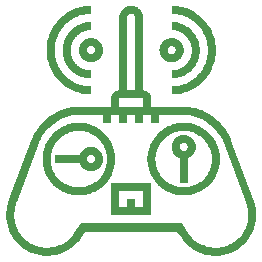
<source format=gbr>
%TF.GenerationSoftware,KiCad,Pcbnew,9.0.3*%
%TF.CreationDate,2025-11-29T09:23:08-06:00*%
%TF.ProjectId,zenith,7a656e69-7468-42e6-9b69-6361645f7063,rev?*%
%TF.SameCoordinates,Original*%
%TF.FileFunction,Legend,Bot*%
%TF.FilePolarity,Positive*%
%FSLAX46Y46*%
G04 Gerber Fmt 4.6, Leading zero omitted, Abs format (unit mm)*
G04 Created by KiCad (PCBNEW 9.0.3) date 2025-11-29 09:23:08*
%MOMM*%
%LPD*%
G01*
G04 APERTURE LIST*
%ADD10C,0.000000*%
G04 APERTURE END LIST*
D10*
G36*
X125098454Y-82547675D02*
G01*
X125254294Y-82559562D01*
X125407894Y-82579135D01*
X125559058Y-82606200D01*
X125707591Y-82640563D01*
X125853300Y-82682028D01*
X125995989Y-82730403D01*
X126135465Y-82785492D01*
X126271532Y-82847100D01*
X126403997Y-82915034D01*
X126532665Y-82989098D01*
X126657341Y-83069099D01*
X126777832Y-83154842D01*
X126893941Y-83246132D01*
X127005476Y-83342775D01*
X127112242Y-83444576D01*
X127214043Y-83551341D01*
X127310686Y-83662876D01*
X127401976Y-83778986D01*
X127487718Y-83899476D01*
X127567719Y-84024152D01*
X127641784Y-84152820D01*
X127709718Y-84285285D01*
X127771326Y-84421352D01*
X127826415Y-84560828D01*
X127874789Y-84703517D01*
X127916255Y-84849226D01*
X127950618Y-84997759D01*
X127977683Y-85148923D01*
X127997256Y-85302522D01*
X128009142Y-85458363D01*
X128013148Y-85616250D01*
X128009142Y-85774138D01*
X127997256Y-85929978D01*
X127977683Y-86083578D01*
X127950618Y-86234741D01*
X127916255Y-86383275D01*
X127874789Y-86528983D01*
X127826415Y-86671673D01*
X127771326Y-86811149D01*
X127709718Y-86947216D01*
X127641784Y-87079681D01*
X127567719Y-87208349D01*
X127487718Y-87333025D01*
X127401976Y-87453516D01*
X127310686Y-87569625D01*
X127214043Y-87681160D01*
X127112242Y-87787925D01*
X127005476Y-87889727D01*
X126893941Y-87986370D01*
X126777832Y-88077660D01*
X126657341Y-88163402D01*
X126532665Y-88243403D01*
X126403997Y-88317468D01*
X126271532Y-88385401D01*
X126135465Y-88447010D01*
X125995989Y-88502099D01*
X125853300Y-88550473D01*
X125707591Y-88591939D01*
X125559058Y-88626302D01*
X125407894Y-88653367D01*
X125254294Y-88672940D01*
X125098454Y-88684826D01*
X124940566Y-88688832D01*
X124782679Y-88684826D01*
X124626838Y-88672940D01*
X124473239Y-88653367D01*
X124322075Y-88626302D01*
X124173542Y-88591939D01*
X124027834Y-88550473D01*
X123885144Y-88502099D01*
X123745669Y-88447010D01*
X123609601Y-88385401D01*
X123477136Y-88317468D01*
X123348468Y-88243403D01*
X123223792Y-88163402D01*
X123103302Y-88077660D01*
X122987192Y-87986370D01*
X122875657Y-87889727D01*
X122768892Y-87787925D01*
X122667091Y-87681160D01*
X122570448Y-87569625D01*
X122479158Y-87453516D01*
X122393415Y-87333025D01*
X122313415Y-87208349D01*
X122239350Y-87079681D01*
X122171416Y-86947216D01*
X122109808Y-86811149D01*
X122054719Y-86671673D01*
X122006345Y-86528983D01*
X121964879Y-86383275D01*
X121930516Y-86234741D01*
X121903451Y-86083578D01*
X121883878Y-85929978D01*
X121871992Y-85774138D01*
X121867986Y-85616250D01*
X122550782Y-85616250D01*
X122553898Y-85739018D01*
X122563146Y-85860198D01*
X122578375Y-85979639D01*
X122599432Y-86097190D01*
X122626166Y-86212698D01*
X122658426Y-86326013D01*
X122696061Y-86436982D01*
X122738919Y-86545455D01*
X122786848Y-86651280D01*
X122839697Y-86754306D01*
X122897314Y-86854380D01*
X122959549Y-86951353D01*
X123026249Y-87045071D01*
X123097263Y-87135384D01*
X123172440Y-87222140D01*
X123251629Y-87305188D01*
X123334677Y-87384377D01*
X123421433Y-87459554D01*
X123511746Y-87530568D01*
X123605464Y-87597268D01*
X123702436Y-87659503D01*
X123802511Y-87717121D01*
X123905536Y-87769970D01*
X124011361Y-87817899D01*
X124119834Y-87860756D01*
X124230804Y-87898391D01*
X124344118Y-87930651D01*
X124459627Y-87957386D01*
X124577177Y-87978443D01*
X124696618Y-87993671D01*
X124817798Y-88002919D01*
X124940566Y-88006036D01*
X125063334Y-88002919D01*
X125184514Y-87993671D01*
X125303955Y-87978443D01*
X125421506Y-87957386D01*
X125537014Y-87930651D01*
X125650329Y-87898391D01*
X125761298Y-87860756D01*
X125869771Y-87817899D01*
X125975596Y-87769970D01*
X126078622Y-87717121D01*
X126178697Y-87659503D01*
X126275669Y-87597268D01*
X126369387Y-87530568D01*
X126459700Y-87459554D01*
X126546457Y-87384377D01*
X126629505Y-87305188D01*
X126708693Y-87222140D01*
X126783870Y-87135384D01*
X126854884Y-87045071D01*
X126921585Y-86951353D01*
X126983819Y-86854380D01*
X127041437Y-86754306D01*
X127094286Y-86651280D01*
X127142215Y-86545455D01*
X127185073Y-86436982D01*
X127222707Y-86326013D01*
X127254968Y-86212698D01*
X127281702Y-86097190D01*
X127302759Y-85979639D01*
X127317988Y-85860198D01*
X127327236Y-85739018D01*
X127330352Y-85616250D01*
X127327236Y-85493482D01*
X127317988Y-85372302D01*
X127302759Y-85252861D01*
X127281702Y-85135311D01*
X127254968Y-85019803D01*
X127222707Y-84906488D01*
X127185073Y-84795518D01*
X127142215Y-84687045D01*
X127094286Y-84581220D01*
X127041437Y-84478195D01*
X126983819Y-84378120D01*
X126921585Y-84281148D01*
X126854884Y-84187430D01*
X126783870Y-84097117D01*
X126708693Y-84010361D01*
X126629505Y-83927313D01*
X126546457Y-83848125D01*
X126459700Y-83772948D01*
X126369387Y-83701933D01*
X126275669Y-83635233D01*
X126178697Y-83572998D01*
X126078622Y-83515381D01*
X125975596Y-83462532D01*
X125869771Y-83414603D01*
X125761298Y-83371745D01*
X125650329Y-83334110D01*
X125537014Y-83301850D01*
X125421506Y-83275116D01*
X125303955Y-83254059D01*
X125184514Y-83238830D01*
X125063334Y-83229582D01*
X124940566Y-83226466D01*
X124817798Y-83229582D01*
X124696618Y-83238830D01*
X124577177Y-83254059D01*
X124459627Y-83275116D01*
X124344118Y-83301850D01*
X124230804Y-83334110D01*
X124119834Y-83371745D01*
X124011361Y-83414603D01*
X123905536Y-83462532D01*
X123802511Y-83515381D01*
X123702436Y-83572998D01*
X123605464Y-83635233D01*
X123511746Y-83701933D01*
X123421433Y-83772948D01*
X123334677Y-83848125D01*
X123251629Y-83927313D01*
X123172440Y-84010361D01*
X123097263Y-84097117D01*
X123026249Y-84187430D01*
X122959549Y-84281148D01*
X122897314Y-84378120D01*
X122839697Y-84478195D01*
X122786848Y-84581220D01*
X122738919Y-84687045D01*
X122696061Y-84795518D01*
X122658426Y-84906488D01*
X122626166Y-85019803D01*
X122599432Y-85135311D01*
X122578375Y-85252861D01*
X122563146Y-85372302D01*
X122553898Y-85493482D01*
X122550782Y-85616250D01*
X121867986Y-85616250D01*
X121871992Y-85458363D01*
X121883878Y-85302522D01*
X121903451Y-85148923D01*
X121930516Y-84997759D01*
X121964879Y-84849226D01*
X122006345Y-84703517D01*
X122054719Y-84560828D01*
X122109808Y-84421352D01*
X122171416Y-84285285D01*
X122239350Y-84152820D01*
X122313415Y-84024152D01*
X122393415Y-83899476D01*
X122479158Y-83778986D01*
X122570448Y-83662876D01*
X122667091Y-83551341D01*
X122768892Y-83444576D01*
X122875657Y-83342775D01*
X122987192Y-83246132D01*
X123103302Y-83154842D01*
X123223792Y-83069099D01*
X123348468Y-82989098D01*
X123477136Y-82915034D01*
X123609601Y-82847100D01*
X123745669Y-82785492D01*
X123885144Y-82730403D01*
X124027834Y-82682028D01*
X124173542Y-82640563D01*
X124322075Y-82606200D01*
X124473239Y-82579135D01*
X124626838Y-82559562D01*
X124782679Y-82547675D01*
X124940566Y-82543670D01*
X125098454Y-82547675D01*
G37*
G36*
X124993185Y-83569199D02*
G01*
X125045124Y-83573162D01*
X125096316Y-83579688D01*
X125146697Y-83588712D01*
X125196203Y-83600168D01*
X125244769Y-83613993D01*
X125292328Y-83630121D01*
X125338818Y-83648487D01*
X125384172Y-83669026D01*
X125428326Y-83691675D01*
X125471216Y-83716366D01*
X125512775Y-83743037D01*
X125552940Y-83771621D01*
X125591644Y-83802054D01*
X125628825Y-83834272D01*
X125664416Y-83868208D01*
X125698352Y-83903799D01*
X125730570Y-83940980D01*
X125761003Y-83979685D01*
X125789587Y-84019849D01*
X125816258Y-84061408D01*
X125840950Y-84104298D01*
X125863598Y-84148452D01*
X125884137Y-84193806D01*
X125902503Y-84240295D01*
X125918631Y-84287855D01*
X125932456Y-84336420D01*
X125943913Y-84385926D01*
X125952936Y-84436308D01*
X125959462Y-84487500D01*
X125963425Y-84539438D01*
X125964761Y-84592057D01*
X125963927Y-84633522D01*
X125961447Y-84674553D01*
X125957354Y-84715119D01*
X125951679Y-84755190D01*
X125944455Y-84794736D01*
X125935714Y-84833726D01*
X125925489Y-84872131D01*
X125913812Y-84909920D01*
X125900715Y-84947063D01*
X125886231Y-84983530D01*
X125870392Y-85019290D01*
X125853229Y-85054313D01*
X125834777Y-85088569D01*
X125815066Y-85122027D01*
X125794129Y-85154658D01*
X125771999Y-85186431D01*
X125748707Y-85217316D01*
X125724287Y-85247283D01*
X125698770Y-85276300D01*
X125672188Y-85304339D01*
X125644575Y-85331369D01*
X125615962Y-85357359D01*
X125586382Y-85382279D01*
X125555867Y-85406100D01*
X125524449Y-85428790D01*
X125492161Y-85450320D01*
X125459035Y-85470659D01*
X125425103Y-85489777D01*
X125390398Y-85507644D01*
X125354951Y-85524229D01*
X125318796Y-85539503D01*
X125281965Y-85553434D01*
X125281965Y-87664637D01*
X124599169Y-87664637D01*
X124599169Y-85553434D01*
X124526183Y-85524229D01*
X124456031Y-85489777D01*
X124388973Y-85450320D01*
X124325267Y-85406100D01*
X124265172Y-85357359D01*
X124208946Y-85304339D01*
X124156847Y-85247283D01*
X124109135Y-85186431D01*
X124066068Y-85122027D01*
X124027905Y-85054313D01*
X123994903Y-84983530D01*
X123967322Y-84909920D01*
X123945420Y-84833726D01*
X123929455Y-84755190D01*
X123919687Y-84674553D01*
X123917207Y-84633522D01*
X123916373Y-84592057D01*
X124599169Y-84592057D01*
X124599614Y-84609617D01*
X124600933Y-84626947D01*
X124603105Y-84644026D01*
X124606109Y-84660833D01*
X124609923Y-84677345D01*
X124614526Y-84693542D01*
X124619896Y-84709402D01*
X124626012Y-84724903D01*
X124632851Y-84740025D01*
X124640394Y-84754744D01*
X124648617Y-84769041D01*
X124657500Y-84782893D01*
X124667021Y-84796279D01*
X124677159Y-84809177D01*
X124687892Y-84821566D01*
X124699199Y-84833425D01*
X124711057Y-84844732D01*
X124723447Y-84855465D01*
X124736345Y-84865603D01*
X124749731Y-84875124D01*
X124763583Y-84884007D01*
X124777879Y-84892230D01*
X124792599Y-84899773D01*
X124807720Y-84906613D01*
X124823222Y-84912728D01*
X124839081Y-84918098D01*
X124855278Y-84922701D01*
X124871791Y-84926515D01*
X124888597Y-84929519D01*
X124905676Y-84931691D01*
X124923007Y-84933011D01*
X124940566Y-84933455D01*
X124958126Y-84933011D01*
X124975456Y-84931691D01*
X124992535Y-84929519D01*
X125009342Y-84926515D01*
X125025855Y-84922701D01*
X125042052Y-84918098D01*
X125057912Y-84912728D01*
X125073413Y-84906613D01*
X125088534Y-84899773D01*
X125103254Y-84892230D01*
X125117551Y-84884007D01*
X125131403Y-84875124D01*
X125144789Y-84865603D01*
X125157687Y-84855465D01*
X125170076Y-84844732D01*
X125181935Y-84833425D01*
X125193242Y-84821566D01*
X125203975Y-84809177D01*
X125214112Y-84796279D01*
X125223634Y-84782893D01*
X125232517Y-84769041D01*
X125240740Y-84754744D01*
X125248283Y-84740025D01*
X125255122Y-84724903D01*
X125261238Y-84709402D01*
X125266608Y-84693542D01*
X125271211Y-84677345D01*
X125275025Y-84660833D01*
X125278029Y-84644026D01*
X125280201Y-84626947D01*
X125281520Y-84609617D01*
X125281965Y-84592057D01*
X125281520Y-84574498D01*
X125280201Y-84557167D01*
X125278029Y-84540088D01*
X125275025Y-84523282D01*
X125271211Y-84506769D01*
X125266608Y-84490572D01*
X125261238Y-84474712D01*
X125255122Y-84459211D01*
X125248283Y-84444090D01*
X125240740Y-84429370D01*
X125232517Y-84415073D01*
X125223634Y-84401221D01*
X125214112Y-84387835D01*
X125203975Y-84374937D01*
X125193242Y-84362548D01*
X125181935Y-84350689D01*
X125170076Y-84339382D01*
X125157687Y-84328650D01*
X125144789Y-84318512D01*
X125131403Y-84308990D01*
X125117551Y-84300107D01*
X125103254Y-84291884D01*
X125088534Y-84284342D01*
X125073413Y-84277502D01*
X125057912Y-84271386D01*
X125042052Y-84266016D01*
X125025855Y-84261414D01*
X125009342Y-84257599D01*
X124992535Y-84254595D01*
X124975456Y-84252423D01*
X124958126Y-84251104D01*
X124940566Y-84250659D01*
X124923007Y-84251104D01*
X124905676Y-84252423D01*
X124888597Y-84254595D01*
X124871791Y-84257599D01*
X124855278Y-84261414D01*
X124839081Y-84266016D01*
X124823222Y-84271386D01*
X124807720Y-84277502D01*
X124792599Y-84284342D01*
X124777879Y-84291884D01*
X124763583Y-84300107D01*
X124749731Y-84308990D01*
X124736345Y-84318512D01*
X124723447Y-84328650D01*
X124711057Y-84339382D01*
X124699199Y-84350689D01*
X124687892Y-84362548D01*
X124677159Y-84374937D01*
X124667021Y-84387835D01*
X124657500Y-84401221D01*
X124648617Y-84415073D01*
X124640394Y-84429370D01*
X124632851Y-84444090D01*
X124626012Y-84459211D01*
X124619896Y-84474712D01*
X124614526Y-84490572D01*
X124609923Y-84506769D01*
X124606109Y-84523282D01*
X124603105Y-84540088D01*
X124600933Y-84557167D01*
X124599614Y-84574498D01*
X124599169Y-84592057D01*
X123916373Y-84592057D01*
X123917709Y-84539438D01*
X123921672Y-84487500D01*
X123928198Y-84436308D01*
X123937221Y-84385926D01*
X123948678Y-84336420D01*
X123962503Y-84287855D01*
X123978630Y-84240295D01*
X123996997Y-84193806D01*
X124017536Y-84148452D01*
X124040184Y-84104298D01*
X124064876Y-84061408D01*
X124091546Y-84019849D01*
X124120131Y-83979685D01*
X124150564Y-83940980D01*
X124182781Y-83903799D01*
X124216718Y-83868208D01*
X124252309Y-83834272D01*
X124289489Y-83802054D01*
X124328194Y-83771621D01*
X124368359Y-83743037D01*
X124409918Y-83716366D01*
X124452807Y-83691675D01*
X124496961Y-83669026D01*
X124542315Y-83648487D01*
X124588805Y-83630121D01*
X124636365Y-83613993D01*
X124684930Y-83600168D01*
X124734435Y-83588712D01*
X124784817Y-83579688D01*
X124836009Y-83573162D01*
X124887947Y-83569199D01*
X124940566Y-83567864D01*
X124993185Y-83569199D01*
G37*
G36*
X117088416Y-74691520D02*
G01*
X117000708Y-74693745D01*
X116914135Y-74700350D01*
X116828808Y-74711224D01*
X116744832Y-74726262D01*
X116662317Y-74745354D01*
X116581371Y-74768392D01*
X116502101Y-74795269D01*
X116424616Y-74825876D01*
X116349024Y-74860105D01*
X116275433Y-74897849D01*
X116203951Y-74938998D01*
X116134686Y-74983445D01*
X116067747Y-75031082D01*
X116003240Y-75081801D01*
X115941275Y-75135494D01*
X115881959Y-75192052D01*
X115825401Y-75251368D01*
X115771709Y-75313333D01*
X115720990Y-75377839D01*
X115673353Y-75444779D01*
X115628905Y-75514044D01*
X115587756Y-75585526D01*
X115550013Y-75659117D01*
X115515783Y-75734709D01*
X115485176Y-75812194D01*
X115458300Y-75891464D01*
X115435261Y-75972410D01*
X115416169Y-76054925D01*
X115401132Y-76138900D01*
X115390257Y-76224228D01*
X115383653Y-76310801D01*
X115381427Y-76398509D01*
X115383653Y-76486218D01*
X115390257Y-76572790D01*
X115401132Y-76658118D01*
X115416169Y-76742093D01*
X115435261Y-76824608D01*
X115458300Y-76905555D01*
X115485176Y-76984824D01*
X115515783Y-77062309D01*
X115550013Y-77137901D01*
X115587756Y-77211492D01*
X115628905Y-77282974D01*
X115673353Y-77352239D01*
X115720990Y-77419179D01*
X115771709Y-77483686D01*
X115825401Y-77545651D01*
X115881959Y-77604966D01*
X115941275Y-77661525D01*
X116003240Y-77715217D01*
X116067747Y-77765936D01*
X116134686Y-77813573D01*
X116203951Y-77858020D01*
X116275433Y-77899170D01*
X116349024Y-77936913D01*
X116424616Y-77971142D01*
X116502101Y-78001749D01*
X116581371Y-78028626D01*
X116662317Y-78051664D01*
X116744832Y-78070756D01*
X116828808Y-78085794D01*
X116914135Y-78096669D01*
X117000708Y-78103273D01*
X117088416Y-78105498D01*
X117088416Y-78788294D01*
X116965648Y-78785178D01*
X116844468Y-78775930D01*
X116725027Y-78760701D01*
X116607477Y-78739644D01*
X116491969Y-78712910D01*
X116378654Y-78680649D01*
X116267685Y-78643015D01*
X116159212Y-78600157D01*
X116053387Y-78552228D01*
X115950361Y-78499379D01*
X115850286Y-78441761D01*
X115753314Y-78379527D01*
X115659596Y-78312827D01*
X115569283Y-78241812D01*
X115482527Y-78166635D01*
X115399479Y-78087447D01*
X115320291Y-78004399D01*
X115245114Y-77917643D01*
X115174099Y-77827330D01*
X115107399Y-77733611D01*
X115045164Y-77636639D01*
X114987547Y-77536565D01*
X114934698Y-77433539D01*
X114886769Y-77327714D01*
X114843911Y-77219241D01*
X114806276Y-77108272D01*
X114774016Y-76994957D01*
X114747281Y-76879449D01*
X114726224Y-76761898D01*
X114710996Y-76642457D01*
X114701748Y-76521277D01*
X114698632Y-76398509D01*
X114701748Y-76275741D01*
X114710996Y-76154561D01*
X114726224Y-76035120D01*
X114747281Y-75917570D01*
X114774016Y-75802061D01*
X114806276Y-75688747D01*
X114843911Y-75577777D01*
X114886769Y-75469304D01*
X114934698Y-75363479D01*
X114987547Y-75260454D01*
X115045164Y-75160379D01*
X115107399Y-75063407D01*
X115174099Y-74969689D01*
X115245114Y-74879376D01*
X115320291Y-74792619D01*
X115399479Y-74709571D01*
X115482527Y-74630383D01*
X115569283Y-74555206D01*
X115659596Y-74484192D01*
X115753314Y-74417492D01*
X115850286Y-74355257D01*
X115950361Y-74297639D01*
X116053387Y-74244790D01*
X116159212Y-74196861D01*
X116267685Y-74154004D01*
X116378654Y-74116369D01*
X116491969Y-74084109D01*
X116607477Y-74057374D01*
X116725027Y-74036317D01*
X116844468Y-74021089D01*
X116965648Y-74011841D01*
X117088416Y-74008724D01*
X117088416Y-74691520D01*
G37*
G36*
X124109320Y-72648029D02*
G01*
X124299769Y-72662560D01*
X124487481Y-72686486D01*
X124672219Y-72719571D01*
X124853746Y-72761576D01*
X125031822Y-72812264D01*
X125206212Y-72871396D01*
X125376675Y-72938735D01*
X125542976Y-73014044D01*
X125704875Y-73097083D01*
X125862136Y-73187616D01*
X126014519Y-73285404D01*
X126161788Y-73390210D01*
X126303704Y-73501796D01*
X126440030Y-73619923D01*
X126570527Y-73744354D01*
X126694959Y-73874852D01*
X126813086Y-74011178D01*
X126924672Y-74153094D01*
X127029478Y-74300363D01*
X127127266Y-74452746D01*
X127217799Y-74610007D01*
X127300838Y-74771906D01*
X127376146Y-74938206D01*
X127443486Y-75108670D01*
X127502618Y-75283060D01*
X127553306Y-75461136D01*
X127595311Y-75642663D01*
X127628396Y-75827401D01*
X127652322Y-76015114D01*
X127666853Y-76205562D01*
X127671749Y-76398509D01*
X127666853Y-76591456D01*
X127652322Y-76781904D01*
X127628396Y-76969617D01*
X127595311Y-77154355D01*
X127553306Y-77335882D01*
X127502618Y-77513959D01*
X127443486Y-77688348D01*
X127376146Y-77858812D01*
X127300838Y-78025112D01*
X127217799Y-78187012D01*
X127127266Y-78344272D01*
X127029478Y-78496655D01*
X126924672Y-78643924D01*
X126813086Y-78785841D01*
X126694959Y-78922166D01*
X126570527Y-79052664D01*
X126440030Y-79177095D01*
X126303704Y-79295223D01*
X126161788Y-79406808D01*
X126014519Y-79511614D01*
X125862136Y-79609402D01*
X125704875Y-79699935D01*
X125542976Y-79782974D01*
X125376675Y-79858283D01*
X125206212Y-79925622D01*
X125031822Y-79984754D01*
X124853746Y-80035442D01*
X124672219Y-80077447D01*
X124487481Y-80110532D01*
X124299769Y-80134459D01*
X124109320Y-80148989D01*
X123916373Y-80153885D01*
X123916373Y-79471089D01*
X124074261Y-79467084D01*
X124230101Y-79455198D01*
X124383701Y-79435625D01*
X124534864Y-79408560D01*
X124683397Y-79374197D01*
X124829106Y-79332731D01*
X124971795Y-79284356D01*
X125111271Y-79229268D01*
X125247339Y-79167659D01*
X125379803Y-79099725D01*
X125508471Y-79025661D01*
X125633148Y-78945660D01*
X125753638Y-78859917D01*
X125869747Y-78768627D01*
X125981282Y-78671985D01*
X126088047Y-78570183D01*
X126189849Y-78463418D01*
X126286492Y-78351883D01*
X126377782Y-78235774D01*
X126463524Y-78115283D01*
X126543525Y-77990607D01*
X126617590Y-77861939D01*
X126685523Y-77729474D01*
X126747132Y-77593407D01*
X126802220Y-77453931D01*
X126850595Y-77311242D01*
X126892061Y-77165533D01*
X126926424Y-77017000D01*
X126953489Y-76865836D01*
X126973062Y-76712237D01*
X126984948Y-76556396D01*
X126988953Y-76398509D01*
X126984948Y-76240622D01*
X126973062Y-76084781D01*
X126953489Y-75931182D01*
X126926424Y-75780018D01*
X126892061Y-75631485D01*
X126850595Y-75485776D01*
X126802220Y-75343087D01*
X126747132Y-75203611D01*
X126685523Y-75067544D01*
X126617590Y-74935079D01*
X126543525Y-74806411D01*
X126463524Y-74681735D01*
X126377782Y-74561245D01*
X126286492Y-74445135D01*
X126189849Y-74333600D01*
X126088047Y-74226835D01*
X125981282Y-74125034D01*
X125869747Y-74028391D01*
X125753638Y-73937101D01*
X125633148Y-73851358D01*
X125508471Y-73771357D01*
X125379803Y-73697293D01*
X125247339Y-73629359D01*
X125111271Y-73567750D01*
X124971795Y-73512662D01*
X124829106Y-73464287D01*
X124683397Y-73422821D01*
X124534864Y-73388458D01*
X124383701Y-73361393D01*
X124230101Y-73341820D01*
X124074261Y-73329934D01*
X123916373Y-73325929D01*
X123916373Y-72643133D01*
X124109320Y-72648029D01*
G37*
G36*
X116222110Y-82547675D02*
G01*
X116377951Y-82559562D01*
X116531550Y-82579135D01*
X116682714Y-82606200D01*
X116831247Y-82640563D01*
X116976956Y-82682028D01*
X117119645Y-82730403D01*
X117259121Y-82785492D01*
X117395188Y-82847100D01*
X117527653Y-82915034D01*
X117656321Y-82989098D01*
X117780997Y-83069099D01*
X117901487Y-83154842D01*
X118017597Y-83246132D01*
X118129132Y-83342775D01*
X118235897Y-83444576D01*
X118337698Y-83551341D01*
X118434341Y-83662876D01*
X118525631Y-83778986D01*
X118611374Y-83899476D01*
X118691375Y-84024152D01*
X118765439Y-84152820D01*
X118833373Y-84285285D01*
X118894982Y-84421352D01*
X118950070Y-84560828D01*
X118998445Y-84703517D01*
X119039911Y-84849226D01*
X119074274Y-84997759D01*
X119101339Y-85148923D01*
X119120912Y-85302522D01*
X119132798Y-85458363D01*
X119136803Y-85616250D01*
X119132798Y-85774138D01*
X119120912Y-85929978D01*
X119101339Y-86083578D01*
X119074274Y-86234741D01*
X119039911Y-86383275D01*
X118998445Y-86528983D01*
X118950070Y-86671673D01*
X118894982Y-86811149D01*
X118833373Y-86947216D01*
X118765439Y-87079681D01*
X118691375Y-87208349D01*
X118611374Y-87333025D01*
X118525631Y-87453516D01*
X118434341Y-87569625D01*
X118337698Y-87681160D01*
X118235897Y-87787925D01*
X118129132Y-87889727D01*
X118017597Y-87986370D01*
X117901487Y-88077660D01*
X117780997Y-88163402D01*
X117656321Y-88243403D01*
X117527653Y-88317468D01*
X117395188Y-88385401D01*
X117259121Y-88447010D01*
X117119645Y-88502099D01*
X116976956Y-88550473D01*
X116831247Y-88591939D01*
X116682714Y-88626302D01*
X116531550Y-88653367D01*
X116377951Y-88672940D01*
X116222110Y-88684826D01*
X116064223Y-88688832D01*
X115906336Y-88684826D01*
X115750495Y-88672940D01*
X115596896Y-88653367D01*
X115445732Y-88626302D01*
X115297199Y-88591939D01*
X115151490Y-88550473D01*
X115008801Y-88502099D01*
X114869325Y-88447010D01*
X114733258Y-88385401D01*
X114600793Y-88317468D01*
X114472125Y-88243403D01*
X114347449Y-88163402D01*
X114226959Y-88077660D01*
X114110849Y-87986370D01*
X113999314Y-87889727D01*
X113892549Y-87787925D01*
X113790747Y-87681160D01*
X113694105Y-87569625D01*
X113602815Y-87453516D01*
X113517072Y-87333025D01*
X113437071Y-87208349D01*
X113363006Y-87079681D01*
X113295073Y-86947216D01*
X113233464Y-86811149D01*
X113178375Y-86671673D01*
X113130001Y-86528983D01*
X113088535Y-86383275D01*
X113054172Y-86234741D01*
X113027107Y-86083578D01*
X113007534Y-85929978D01*
X112995648Y-85774138D01*
X112991643Y-85616250D01*
X113674438Y-85616250D01*
X113677554Y-85739018D01*
X113686802Y-85860198D01*
X113702031Y-85979639D01*
X113723088Y-86097190D01*
X113749822Y-86212698D01*
X113782083Y-86326013D01*
X113819717Y-86436982D01*
X113862575Y-86545455D01*
X113910504Y-86651280D01*
X113963353Y-86754306D01*
X114020971Y-86854380D01*
X114083205Y-86951353D01*
X114149905Y-87045071D01*
X114220920Y-87135384D01*
X114296097Y-87222140D01*
X114375285Y-87305188D01*
X114458333Y-87384377D01*
X114545089Y-87459554D01*
X114635402Y-87530568D01*
X114729121Y-87597268D01*
X114826093Y-87659503D01*
X114926167Y-87717121D01*
X115029193Y-87769970D01*
X115135018Y-87817899D01*
X115243491Y-87860756D01*
X115354461Y-87898391D01*
X115467775Y-87930651D01*
X115583283Y-87957386D01*
X115700834Y-87978443D01*
X115820275Y-87993671D01*
X115941455Y-88002919D01*
X116064223Y-88006036D01*
X116186991Y-88002919D01*
X116308171Y-87993671D01*
X116427612Y-87978443D01*
X116545163Y-87957386D01*
X116660671Y-87930651D01*
X116773985Y-87898391D01*
X116884955Y-87860756D01*
X116993428Y-87817899D01*
X117099253Y-87769970D01*
X117202278Y-87717121D01*
X117302353Y-87659503D01*
X117399325Y-87597268D01*
X117493044Y-87530568D01*
X117583357Y-87459554D01*
X117670113Y-87384377D01*
X117753161Y-87305188D01*
X117832349Y-87222140D01*
X117907526Y-87135384D01*
X117978540Y-87045071D01*
X118045240Y-86951353D01*
X118107475Y-86854380D01*
X118165093Y-86754306D01*
X118217942Y-86651280D01*
X118265871Y-86545455D01*
X118308728Y-86436982D01*
X118346363Y-86326013D01*
X118378623Y-86212698D01*
X118405358Y-86097190D01*
X118426415Y-85979639D01*
X118441643Y-85860198D01*
X118450891Y-85739018D01*
X118454008Y-85616250D01*
X118450891Y-85493482D01*
X118441643Y-85372302D01*
X118426415Y-85252861D01*
X118405358Y-85135311D01*
X118378623Y-85019803D01*
X118346363Y-84906488D01*
X118308729Y-84795518D01*
X118265871Y-84687045D01*
X118217942Y-84581220D01*
X118165093Y-84478195D01*
X118107475Y-84378120D01*
X118045241Y-84281148D01*
X117978540Y-84187430D01*
X117907526Y-84097117D01*
X117832349Y-84010361D01*
X117753161Y-83927313D01*
X117670113Y-83848125D01*
X117583357Y-83772948D01*
X117493044Y-83701933D01*
X117399326Y-83635233D01*
X117302353Y-83572998D01*
X117202279Y-83515381D01*
X117099253Y-83462532D01*
X116993428Y-83414603D01*
X116884955Y-83371745D01*
X116773986Y-83334110D01*
X116660671Y-83301850D01*
X116545163Y-83275116D01*
X116427612Y-83254059D01*
X116308171Y-83238830D01*
X116186991Y-83229582D01*
X116064223Y-83226466D01*
X115941455Y-83229582D01*
X115820275Y-83238830D01*
X115700834Y-83254059D01*
X115583283Y-83275116D01*
X115467775Y-83301850D01*
X115354461Y-83334110D01*
X115243491Y-83371745D01*
X115135018Y-83414603D01*
X115029193Y-83462532D01*
X114926167Y-83515381D01*
X114826093Y-83572998D01*
X114729121Y-83635233D01*
X114635402Y-83701933D01*
X114545089Y-83772948D01*
X114458333Y-83848125D01*
X114375285Y-83927313D01*
X114296097Y-84010361D01*
X114220920Y-84097117D01*
X114149905Y-84187430D01*
X114083205Y-84281148D01*
X114020971Y-84378120D01*
X113963353Y-84478195D01*
X113910504Y-84581220D01*
X113862575Y-84687045D01*
X113819717Y-84795518D01*
X113782083Y-84906488D01*
X113749822Y-85019803D01*
X113723088Y-85135311D01*
X113702031Y-85252861D01*
X113686802Y-85372302D01*
X113677554Y-85493482D01*
X113674438Y-85616250D01*
X112991643Y-85616250D01*
X112995648Y-85458363D01*
X113007534Y-85302522D01*
X113027107Y-85148923D01*
X113054172Y-84997759D01*
X113088535Y-84849226D01*
X113130001Y-84703517D01*
X113178375Y-84560828D01*
X113233464Y-84421352D01*
X113295073Y-84285285D01*
X113363006Y-84152820D01*
X113437071Y-84024152D01*
X113517072Y-83899476D01*
X113602815Y-83778986D01*
X113694105Y-83662876D01*
X113790747Y-83551341D01*
X113892549Y-83444576D01*
X113999314Y-83342775D01*
X114110849Y-83246132D01*
X114226959Y-83154842D01*
X114347449Y-83069099D01*
X114472125Y-82989098D01*
X114600793Y-82915034D01*
X114733258Y-82847100D01*
X114869325Y-82785492D01*
X115008801Y-82730403D01*
X115151490Y-82682028D01*
X115297199Y-82640563D01*
X115445732Y-82606200D01*
X115596896Y-82579135D01*
X115750495Y-82559562D01*
X115906336Y-82547675D01*
X116064223Y-82543670D01*
X116222110Y-82547675D01*
G37*
G36*
X124039141Y-74011841D02*
G01*
X124160322Y-74021089D01*
X124279763Y-74036317D01*
X124397313Y-74057374D01*
X124512821Y-74084109D01*
X124626136Y-74116369D01*
X124737105Y-74154004D01*
X124845578Y-74196861D01*
X124951403Y-74244790D01*
X125054429Y-74297639D01*
X125154503Y-74355257D01*
X125251476Y-74417492D01*
X125345194Y-74484192D01*
X125435507Y-74555206D01*
X125522263Y-74630383D01*
X125605311Y-74709571D01*
X125684499Y-74792619D01*
X125759676Y-74879376D01*
X125830690Y-74969689D01*
X125897391Y-75063407D01*
X125959625Y-75160379D01*
X126017243Y-75260454D01*
X126070092Y-75363479D01*
X126118021Y-75469304D01*
X126160878Y-75577777D01*
X126198513Y-75688747D01*
X126230773Y-75802061D01*
X126257508Y-75917570D01*
X126278565Y-76035120D01*
X126293793Y-76154561D01*
X126303041Y-76275741D01*
X126306158Y-76398509D01*
X126303041Y-76521277D01*
X126293793Y-76642457D01*
X126278565Y-76761898D01*
X126257508Y-76879449D01*
X126230773Y-76994957D01*
X126198513Y-77108272D01*
X126160878Y-77219241D01*
X126118021Y-77327714D01*
X126070092Y-77433539D01*
X126017243Y-77536565D01*
X125959625Y-77636639D01*
X125897391Y-77733611D01*
X125830690Y-77827330D01*
X125759676Y-77917643D01*
X125684499Y-78004399D01*
X125605311Y-78087447D01*
X125522263Y-78166635D01*
X125435507Y-78241812D01*
X125345194Y-78312827D01*
X125251476Y-78379527D01*
X125154503Y-78441761D01*
X125054429Y-78499379D01*
X124951403Y-78552228D01*
X124845578Y-78600157D01*
X124737105Y-78643015D01*
X124626136Y-78680649D01*
X124512821Y-78712910D01*
X124397313Y-78739644D01*
X124279763Y-78760701D01*
X124160322Y-78775930D01*
X124039141Y-78785178D01*
X123916373Y-78788294D01*
X123916373Y-78105498D01*
X124004082Y-78103273D01*
X124090654Y-78096669D01*
X124175982Y-78085794D01*
X124259958Y-78070756D01*
X124342473Y-78051664D01*
X124423419Y-78028626D01*
X124502689Y-78001749D01*
X124580173Y-77971142D01*
X124655765Y-77936913D01*
X124729356Y-77899170D01*
X124800838Y-77858020D01*
X124870103Y-77813573D01*
X124937043Y-77765936D01*
X125001550Y-77715217D01*
X125063515Y-77661525D01*
X125122830Y-77604966D01*
X125179388Y-77545651D01*
X125233081Y-77483686D01*
X125283800Y-77419179D01*
X125331437Y-77352239D01*
X125375884Y-77282974D01*
X125417034Y-77211492D01*
X125454777Y-77137901D01*
X125489006Y-77062309D01*
X125519613Y-76984824D01*
X125546490Y-76905555D01*
X125569528Y-76824608D01*
X125588620Y-76742093D01*
X125603658Y-76658118D01*
X125614532Y-76572790D01*
X125621137Y-76486218D01*
X125623362Y-76398509D01*
X125621137Y-76310801D01*
X125614532Y-76224228D01*
X125603658Y-76138900D01*
X125588620Y-76054925D01*
X125569528Y-75972410D01*
X125546490Y-75891464D01*
X125519613Y-75812194D01*
X125489006Y-75734709D01*
X125454777Y-75659117D01*
X125417034Y-75585526D01*
X125375884Y-75514044D01*
X125331437Y-75444779D01*
X125283800Y-75377839D01*
X125233081Y-75313333D01*
X125179388Y-75251368D01*
X125122830Y-75192052D01*
X125063515Y-75135494D01*
X125001550Y-75081801D01*
X124937043Y-75031082D01*
X124870103Y-74983445D01*
X124800838Y-74938998D01*
X124729356Y-74897849D01*
X124655765Y-74860105D01*
X124580173Y-74825876D01*
X124502689Y-74795269D01*
X124423419Y-74768392D01*
X124342473Y-74745354D01*
X124259958Y-74726262D01*
X124175982Y-74711224D01*
X124090654Y-74700350D01*
X124004082Y-74693745D01*
X123916373Y-74691520D01*
X123916373Y-74008724D01*
X124039141Y-74011841D01*
G37*
G36*
X120555014Y-72644468D02*
G01*
X120606952Y-72648432D01*
X120658144Y-72654957D01*
X120708526Y-72663981D01*
X120758032Y-72675438D01*
X120806597Y-72689262D01*
X120854157Y-72705390D01*
X120900646Y-72723756D01*
X120946000Y-72744296D01*
X120990155Y-72766944D01*
X121033044Y-72791636D01*
X121074603Y-72818306D01*
X121114768Y-72846890D01*
X121153472Y-72877324D01*
X121190653Y-72909541D01*
X121226244Y-72943478D01*
X121260180Y-72979069D01*
X121292398Y-73016249D01*
X121322831Y-73054954D01*
X121351415Y-73095118D01*
X121378086Y-73136678D01*
X121402777Y-73179567D01*
X121425426Y-73223721D01*
X121445965Y-73269075D01*
X121464331Y-73315565D01*
X121480459Y-73363125D01*
X121494284Y-73411690D01*
X121505740Y-73461196D01*
X121514764Y-73511577D01*
X121521290Y-73562769D01*
X121525253Y-73614707D01*
X121526588Y-73667326D01*
X121526588Y-79812487D01*
X121561678Y-79813377D01*
X121596312Y-79816018D01*
X121630448Y-79820367D01*
X121664042Y-79826381D01*
X121697051Y-79834017D01*
X121729432Y-79843230D01*
X121761142Y-79853979D01*
X121792137Y-79866220D01*
X121822375Y-79879910D01*
X121851812Y-79895005D01*
X121880405Y-79911463D01*
X121908110Y-79929239D01*
X121934886Y-79948292D01*
X121960687Y-79968578D01*
X121985472Y-79990053D01*
X122009197Y-80012674D01*
X122031818Y-80036399D01*
X122053294Y-80061184D01*
X122073579Y-80086986D01*
X122092632Y-80113761D01*
X122110409Y-80141467D01*
X122126866Y-80170059D01*
X122141962Y-80199496D01*
X122155651Y-80229734D01*
X122167892Y-80260730D01*
X122178641Y-80292439D01*
X122187855Y-80324821D01*
X122195490Y-80357830D01*
X122201504Y-80391424D01*
X122205853Y-80425559D01*
X122208494Y-80460194D01*
X122209384Y-80495283D01*
X122209384Y-81178079D01*
X124832685Y-81178079D01*
X125004642Y-81181451D01*
X125175449Y-81191497D01*
X125344949Y-81208107D01*
X125512984Y-81231173D01*
X125679400Y-81260586D01*
X125844038Y-81296240D01*
X126006743Y-81338023D01*
X126167359Y-81385830D01*
X126325727Y-81439551D01*
X126481693Y-81499077D01*
X126635100Y-81564300D01*
X126785790Y-81635113D01*
X126933608Y-81711406D01*
X127078397Y-81793071D01*
X127220000Y-81880000D01*
X127358261Y-81972085D01*
X127493023Y-82069216D01*
X127624130Y-82171286D01*
X127751426Y-82278186D01*
X127874753Y-82389808D01*
X127993955Y-82506043D01*
X128108877Y-82626783D01*
X128219360Y-82751920D01*
X128325249Y-82881345D01*
X128426387Y-83014949D01*
X128522617Y-83152625D01*
X128613784Y-83294264D01*
X128699730Y-83439758D01*
X128780300Y-83588998D01*
X128855335Y-83741876D01*
X128924681Y-83898283D01*
X128988180Y-84058111D01*
X130838557Y-88991993D01*
X130868394Y-89074241D01*
X130896324Y-89156974D01*
X130922345Y-89240172D01*
X130946454Y-89323815D01*
X130968649Y-89407885D01*
X130988927Y-89492361D01*
X131007285Y-89577224D01*
X131023722Y-89662455D01*
X131038234Y-89748034D01*
X131050819Y-89833941D01*
X131061475Y-89920158D01*
X131070199Y-90006664D01*
X131076989Y-90093440D01*
X131081842Y-90180467D01*
X131084756Y-90267724D01*
X131085728Y-90355194D01*
X131081224Y-90532710D01*
X131067860Y-90707925D01*
X131045853Y-90880620D01*
X131015422Y-91050577D01*
X130976787Y-91217577D01*
X130930165Y-91381401D01*
X130875775Y-91541831D01*
X130813836Y-91698648D01*
X130744567Y-91851633D01*
X130668186Y-92000567D01*
X130584912Y-92145233D01*
X130494964Y-92285411D01*
X130398560Y-92420882D01*
X130295919Y-92551428D01*
X130187259Y-92676831D01*
X130072800Y-92796871D01*
X129952760Y-92911330D01*
X129827357Y-93019990D01*
X129696811Y-93122631D01*
X129561340Y-93219035D01*
X129421162Y-93308983D01*
X129276496Y-93392257D01*
X129127562Y-93468638D01*
X128974577Y-93537907D01*
X128817760Y-93599846D01*
X128657330Y-93654236D01*
X128493506Y-93700858D01*
X128326506Y-93739493D01*
X128156549Y-93769924D01*
X127983854Y-93791931D01*
X127808639Y-93805295D01*
X127631123Y-93809799D01*
X127415059Y-93803103D01*
X127201466Y-93783200D01*
X126990855Y-93750363D01*
X126783736Y-93704867D01*
X126580619Y-93646986D01*
X126382016Y-93576996D01*
X126188438Y-93495171D01*
X126000393Y-93401785D01*
X125818394Y-93297113D01*
X125642950Y-93181429D01*
X125474573Y-93055009D01*
X125313773Y-92918126D01*
X125161060Y-92771054D01*
X125016945Y-92614070D01*
X124881939Y-92447447D01*
X124756553Y-92271459D01*
X124416521Y-91761411D01*
X116588269Y-91761411D01*
X116248237Y-92271459D01*
X116122850Y-92447447D01*
X115987844Y-92614070D01*
X115843730Y-92771054D01*
X115691017Y-92918126D01*
X115530217Y-93055009D01*
X115361839Y-93181429D01*
X115186396Y-93297113D01*
X115004396Y-93401785D01*
X114816352Y-93495171D01*
X114622773Y-93576996D01*
X114424170Y-93646986D01*
X114221054Y-93704867D01*
X114013935Y-93750363D01*
X113803323Y-93783200D01*
X113589730Y-93803103D01*
X113373667Y-93809799D01*
X113196151Y-93805295D01*
X113020936Y-93791931D01*
X112848240Y-93769924D01*
X112678283Y-93739493D01*
X112511283Y-93700858D01*
X112347459Y-93654236D01*
X112187030Y-93599846D01*
X112030213Y-93537907D01*
X111877228Y-93468638D01*
X111728293Y-93392257D01*
X111583628Y-93308983D01*
X111443450Y-93219035D01*
X111307979Y-93122631D01*
X111177432Y-93019990D01*
X111052030Y-92911330D01*
X110931989Y-92796871D01*
X110817530Y-92676831D01*
X110708871Y-92551428D01*
X110606230Y-92420882D01*
X110509826Y-92285411D01*
X110419877Y-92145233D01*
X110336603Y-92000567D01*
X110260223Y-91851633D01*
X110190953Y-91698648D01*
X110129015Y-91541831D01*
X110074625Y-91381401D01*
X110028003Y-91217577D01*
X109989367Y-91050577D01*
X109958937Y-90880620D01*
X109936930Y-90707925D01*
X109923565Y-90532710D01*
X109919062Y-90355194D01*
X110601858Y-90355194D01*
X110605472Y-90497590D01*
X110616198Y-90638145D01*
X110633860Y-90776682D01*
X110658283Y-90913025D01*
X110689290Y-91047000D01*
X110726707Y-91178430D01*
X110770357Y-91307140D01*
X110820064Y-91432954D01*
X110875654Y-91555697D01*
X110936950Y-91675192D01*
X111003777Y-91791264D01*
X111075959Y-91903738D01*
X111153321Y-92012437D01*
X111235686Y-92117187D01*
X111322880Y-92217811D01*
X111414726Y-92314134D01*
X111511049Y-92405980D01*
X111611673Y-92493174D01*
X111716423Y-92575539D01*
X111825122Y-92652901D01*
X111937596Y-92725083D01*
X112053668Y-92791910D01*
X112173163Y-92853206D01*
X112295906Y-92908796D01*
X112421720Y-92958504D01*
X112550430Y-93002154D01*
X112681860Y-93039570D01*
X112815835Y-93070578D01*
X112952178Y-93095000D01*
X113090715Y-93112662D01*
X113231270Y-93123389D01*
X113373667Y-93127003D01*
X113546995Y-93121631D01*
X113718352Y-93105661D01*
X113887326Y-93079314D01*
X114053507Y-93042811D01*
X114216483Y-92996372D01*
X114375844Y-92940217D01*
X114531178Y-92874568D01*
X114682074Y-92799645D01*
X114828121Y-92715667D01*
X114968908Y-92622857D01*
X115104024Y-92521434D01*
X115233058Y-92411619D01*
X115355599Y-92293633D01*
X115471235Y-92167695D01*
X115579556Y-92034027D01*
X115680151Y-91892849D01*
X116222973Y-91078616D01*
X124781817Y-91078616D01*
X125324639Y-91892849D01*
X125425234Y-92034027D01*
X125533554Y-92167695D01*
X125649191Y-92293633D01*
X125771731Y-92411619D01*
X125900765Y-92521434D01*
X126035881Y-92622857D01*
X126176668Y-92715667D01*
X126322716Y-92799645D01*
X126473612Y-92874568D01*
X126628945Y-92940217D01*
X126788306Y-92996372D01*
X126951282Y-93042811D01*
X127117463Y-93079314D01*
X127286438Y-93105661D01*
X127457794Y-93121631D01*
X127631123Y-93127003D01*
X127773519Y-93123389D01*
X127914074Y-93112662D01*
X128052611Y-93095000D01*
X128188954Y-93070578D01*
X128322929Y-93039570D01*
X128454359Y-93002154D01*
X128583069Y-92958504D01*
X128708883Y-92908796D01*
X128831626Y-92853206D01*
X128951121Y-92791910D01*
X129067193Y-92725083D01*
X129179667Y-92652901D01*
X129288366Y-92575539D01*
X129393116Y-92493174D01*
X129493740Y-92405980D01*
X129590063Y-92314134D01*
X129681909Y-92217811D01*
X129769103Y-92117187D01*
X129851468Y-92012437D01*
X129928830Y-91903738D01*
X130001012Y-91791264D01*
X130067839Y-91675192D01*
X130129135Y-91555697D01*
X130184725Y-91432954D01*
X130234433Y-91307140D01*
X130278083Y-91178430D01*
X130315499Y-91047000D01*
X130346507Y-90913025D01*
X130370929Y-90776682D01*
X130388591Y-90638145D01*
X130399318Y-90497590D01*
X130402932Y-90355194D01*
X130402128Y-90283075D01*
X130399720Y-90211139D01*
X130395710Y-90139403D01*
X130390103Y-90067881D01*
X130382901Y-89996589D01*
X130374109Y-89925543D01*
X130363729Y-89854757D01*
X130351765Y-89784249D01*
X130338221Y-89714032D01*
X130323101Y-89644123D01*
X130306406Y-89574537D01*
X130288143Y-89505290D01*
X130268312Y-89436396D01*
X130246919Y-89367873D01*
X130223967Y-89299734D01*
X130199459Y-89231996D01*
X128349082Y-84297772D01*
X128236625Y-84030172D01*
X128104926Y-83774523D01*
X127955040Y-83531558D01*
X127788027Y-83302011D01*
X127604943Y-83086614D01*
X127406844Y-82886102D01*
X127194790Y-82701206D01*
X126969835Y-82532660D01*
X126733039Y-82381198D01*
X126485457Y-82247551D01*
X126228148Y-82132455D01*
X125962168Y-82036641D01*
X125688574Y-81960843D01*
X125408424Y-81905794D01*
X125122776Y-81872226D01*
X124832685Y-81860874D01*
X122892179Y-81860874D01*
X122892179Y-82543670D01*
X122209384Y-82543670D01*
X122209384Y-81860874D01*
X121526588Y-81860874D01*
X121526588Y-82543670D01*
X120843793Y-82543670D01*
X120843793Y-81860874D01*
X120160997Y-81860874D01*
X120160997Y-82543670D01*
X119478201Y-82543670D01*
X119478201Y-81860874D01*
X118795406Y-81860874D01*
X118795406Y-82543670D01*
X118112610Y-82543670D01*
X118112610Y-81860874D01*
X116172105Y-81860874D01*
X116026600Y-81863728D01*
X115882070Y-81872226D01*
X115738647Y-81886279D01*
X115596464Y-81905793D01*
X115455652Y-81930677D01*
X115316344Y-81960841D01*
X115178673Y-81996191D01*
X115042771Y-82036636D01*
X114908770Y-82082084D01*
X114776804Y-82132444D01*
X114647003Y-82187625D01*
X114519500Y-82247533D01*
X114394429Y-82312079D01*
X114271921Y-82381169D01*
X114152109Y-82454712D01*
X114035125Y-82532617D01*
X113921101Y-82614792D01*
X113810171Y-82701145D01*
X113702466Y-82791584D01*
X113598118Y-82886018D01*
X113497261Y-82984355D01*
X113400026Y-83086503D01*
X113306547Y-83192371D01*
X113216954Y-83301867D01*
X113131382Y-83414899D01*
X113049961Y-83531375D01*
X112972826Y-83651204D01*
X112900107Y-83774294D01*
X112831937Y-83900554D01*
X112768449Y-84029891D01*
X112709776Y-84162214D01*
X112656049Y-84297431D01*
X110805672Y-89231996D01*
X110781104Y-89299734D01*
X110758099Y-89367873D01*
X110736661Y-89436396D01*
X110716791Y-89505290D01*
X110698494Y-89574537D01*
X110681773Y-89644124D01*
X110666629Y-89714033D01*
X110653067Y-89784249D01*
X110641090Y-89854758D01*
X110630699Y-89925543D01*
X110621899Y-89996590D01*
X110614692Y-90067881D01*
X110609082Y-90139403D01*
X110605070Y-90211139D01*
X110602661Y-90283075D01*
X110601858Y-90355194D01*
X109919062Y-90355194D01*
X109920034Y-90267724D01*
X109922947Y-90180467D01*
X109927798Y-90093440D01*
X109934585Y-90006664D01*
X109943304Y-89920158D01*
X109953953Y-89833941D01*
X109966527Y-89748034D01*
X109981026Y-89662455D01*
X109997444Y-89577224D01*
X110015780Y-89492361D01*
X110036031Y-89407885D01*
X110058192Y-89323815D01*
X110082262Y-89240172D01*
X110108238Y-89156974D01*
X110136116Y-89074241D01*
X110165893Y-88991993D01*
X112016269Y-84057770D01*
X112149170Y-83741595D01*
X112304817Y-83439530D01*
X112481960Y-83152442D01*
X112679349Y-82881201D01*
X112895733Y-82626672D01*
X113129863Y-82389724D01*
X113380488Y-82171225D01*
X113646358Y-81972042D01*
X113926223Y-81793043D01*
X114218832Y-81635095D01*
X114522935Y-81499066D01*
X114837282Y-81385825D01*
X115160623Y-81296237D01*
X115491707Y-81231172D01*
X115829284Y-81191497D01*
X116172105Y-81178079D01*
X118795406Y-81178079D01*
X118795406Y-80495283D01*
X119478201Y-80495283D01*
X119478201Y-81178079D01*
X121526588Y-81178079D01*
X121526588Y-80495283D01*
X119478201Y-80495283D01*
X118795406Y-80495283D01*
X118796296Y-80460194D01*
X118798937Y-80425559D01*
X118803286Y-80391424D01*
X118809300Y-80357830D01*
X118816935Y-80324821D01*
X118826149Y-80292439D01*
X118836897Y-80260730D01*
X118849138Y-80229734D01*
X118862828Y-80199496D01*
X118877923Y-80170059D01*
X118894381Y-80141467D01*
X118912158Y-80113761D01*
X118931210Y-80086986D01*
X118951496Y-80061184D01*
X118972971Y-80036399D01*
X118995593Y-80012674D01*
X119019318Y-79990053D01*
X119044102Y-79968578D01*
X119069904Y-79948292D01*
X119096679Y-79929239D01*
X119124385Y-79911463D01*
X119152978Y-79895005D01*
X119182415Y-79879910D01*
X119212652Y-79866220D01*
X119243648Y-79853979D01*
X119275358Y-79843230D01*
X119307739Y-79834017D01*
X119340748Y-79826381D01*
X119374342Y-79820367D01*
X119408478Y-79816018D01*
X119443112Y-79813377D01*
X119478201Y-79812487D01*
X120160997Y-79812487D01*
X120843793Y-79812487D01*
X120843793Y-73667326D01*
X120843348Y-73649767D01*
X120842029Y-73632437D01*
X120839857Y-73615357D01*
X120836853Y-73598551D01*
X120833039Y-73582038D01*
X120828436Y-73565841D01*
X120823066Y-73549981D01*
X120816950Y-73534480D01*
X120810111Y-73519359D01*
X120802568Y-73504639D01*
X120794345Y-73490342D01*
X120785462Y-73476490D01*
X120775940Y-73463105D01*
X120765803Y-73450206D01*
X120755070Y-73437817D01*
X120743763Y-73425958D01*
X120731904Y-73414652D01*
X120719515Y-73403919D01*
X120706617Y-73393781D01*
X120693231Y-73384260D01*
X120679379Y-73375377D01*
X120665082Y-73367153D01*
X120650362Y-73359611D01*
X120635241Y-73352771D01*
X120619740Y-73346655D01*
X120603880Y-73341286D01*
X120587683Y-73336683D01*
X120571170Y-73332869D01*
X120554364Y-73329865D01*
X120537285Y-73327692D01*
X120519955Y-73326373D01*
X120502395Y-73325929D01*
X120484835Y-73326373D01*
X120467505Y-73327692D01*
X120450426Y-73329865D01*
X120433619Y-73332869D01*
X120417107Y-73336683D01*
X120400910Y-73341286D01*
X120385050Y-73346655D01*
X120369548Y-73352771D01*
X120354427Y-73359611D01*
X120339708Y-73367153D01*
X120325411Y-73375377D01*
X120311559Y-73384260D01*
X120298173Y-73393781D01*
X120285275Y-73403919D01*
X120272885Y-73414652D01*
X120261027Y-73425958D01*
X120249720Y-73437817D01*
X120238987Y-73450206D01*
X120228849Y-73463105D01*
X120219328Y-73476490D01*
X120210445Y-73490342D01*
X120202221Y-73504639D01*
X120194679Y-73519359D01*
X120187839Y-73534480D01*
X120181724Y-73549981D01*
X120176354Y-73565841D01*
X120171751Y-73582038D01*
X120167937Y-73598551D01*
X120164933Y-73615357D01*
X120162761Y-73632437D01*
X120161441Y-73649767D01*
X120160997Y-73667326D01*
X120160997Y-79812487D01*
X119478201Y-79812487D01*
X119478201Y-73667326D01*
X119479537Y-73614707D01*
X119483500Y-73562769D01*
X119490026Y-73511577D01*
X119499049Y-73461196D01*
X119510506Y-73411690D01*
X119524330Y-73363125D01*
X119540458Y-73315565D01*
X119558824Y-73269075D01*
X119579364Y-73223721D01*
X119602012Y-73179567D01*
X119626704Y-73136678D01*
X119653374Y-73095118D01*
X119681959Y-73054954D01*
X119712392Y-73016249D01*
X119744609Y-72979069D01*
X119778546Y-72943478D01*
X119814137Y-72909541D01*
X119851317Y-72877324D01*
X119890022Y-72846890D01*
X119930187Y-72818306D01*
X119971746Y-72791636D01*
X120014635Y-72766944D01*
X120058789Y-72744296D01*
X120104144Y-72723756D01*
X120150633Y-72705390D01*
X120198193Y-72689262D01*
X120246758Y-72675438D01*
X120296264Y-72663981D01*
X120346645Y-72654957D01*
X120397838Y-72648432D01*
X120449776Y-72644468D01*
X120502395Y-72643133D01*
X120555014Y-72644468D01*
G37*
G36*
X117141035Y-84593393D02*
G01*
X117192974Y-84597356D01*
X117244166Y-84603882D01*
X117294547Y-84612905D01*
X117344053Y-84624362D01*
X117392618Y-84638186D01*
X117440178Y-84654314D01*
X117486668Y-84672680D01*
X117532022Y-84693220D01*
X117576176Y-84715868D01*
X117619065Y-84740560D01*
X117660624Y-84767230D01*
X117700789Y-84795815D01*
X117739494Y-84826248D01*
X117776674Y-84858465D01*
X117812265Y-84892402D01*
X117846202Y-84927993D01*
X117878419Y-84965173D01*
X117908852Y-85003878D01*
X117937437Y-85044042D01*
X117964107Y-85085602D01*
X117988799Y-85128491D01*
X118011447Y-85172645D01*
X118031987Y-85217999D01*
X118050353Y-85264489D01*
X118066481Y-85312048D01*
X118080305Y-85360614D01*
X118091762Y-85410119D01*
X118100786Y-85460501D01*
X118107311Y-85511693D01*
X118111274Y-85563631D01*
X118112610Y-85616250D01*
X118111274Y-85668869D01*
X118107311Y-85720807D01*
X118100786Y-85772000D01*
X118091762Y-85822381D01*
X118080305Y-85871887D01*
X118066481Y-85920452D01*
X118050353Y-85968012D01*
X118031987Y-86014502D01*
X118011447Y-86059856D01*
X117988799Y-86104010D01*
X117964107Y-86146899D01*
X117937437Y-86188459D01*
X117908852Y-86228623D01*
X117878419Y-86267328D01*
X117846202Y-86304509D01*
X117812265Y-86340100D01*
X117776674Y-86374036D01*
X117739494Y-86406254D01*
X117700789Y-86436687D01*
X117660624Y-86465271D01*
X117619065Y-86491942D01*
X117576176Y-86516633D01*
X117532022Y-86539282D01*
X117486668Y-86559821D01*
X117440178Y-86578187D01*
X117392618Y-86594315D01*
X117344053Y-86608140D01*
X117294547Y-86619596D01*
X117244166Y-86628620D01*
X117192974Y-86635146D01*
X117141035Y-86639109D01*
X117088416Y-86640444D01*
X117046951Y-86639611D01*
X117005921Y-86637131D01*
X116965355Y-86633037D01*
X116925284Y-86627363D01*
X116885738Y-86620139D01*
X116846748Y-86611398D01*
X116808343Y-86601173D01*
X116770554Y-86589496D01*
X116733411Y-86576399D01*
X116696944Y-86561915D01*
X116661184Y-86546075D01*
X116626161Y-86528913D01*
X116591905Y-86510460D01*
X116558447Y-86490749D01*
X116525816Y-86469813D01*
X116494043Y-86447682D01*
X116463158Y-86424391D01*
X116433192Y-86399970D01*
X116404174Y-86374453D01*
X116376135Y-86347872D01*
X116349106Y-86320259D01*
X116323115Y-86291646D01*
X116298195Y-86262066D01*
X116274375Y-86231551D01*
X116251684Y-86200133D01*
X116230155Y-86167845D01*
X116209815Y-86134719D01*
X116190697Y-86100787D01*
X116172831Y-86066082D01*
X116156245Y-86030635D01*
X116140972Y-85994480D01*
X116127040Y-85957649D01*
X114015836Y-85957649D01*
X114015836Y-85616250D01*
X116747018Y-85616250D01*
X116747463Y-85633810D01*
X116748782Y-85651140D01*
X116750954Y-85668219D01*
X116753958Y-85685026D01*
X116757773Y-85701538D01*
X116762375Y-85717736D01*
X116767745Y-85733595D01*
X116773861Y-85749097D01*
X116780701Y-85764218D01*
X116788243Y-85778938D01*
X116796466Y-85793235D01*
X116805349Y-85807087D01*
X116814871Y-85820473D01*
X116825009Y-85833371D01*
X116835741Y-85845760D01*
X116847048Y-85857619D01*
X116858907Y-85868926D01*
X116871296Y-85879658D01*
X116884194Y-85889796D01*
X116897580Y-85899318D01*
X116911432Y-85908201D01*
X116925729Y-85916424D01*
X116940449Y-85923967D01*
X116955570Y-85930806D01*
X116971071Y-85936922D01*
X116986931Y-85942292D01*
X117003128Y-85946895D01*
X117019641Y-85950709D01*
X117036447Y-85953713D01*
X117053526Y-85955885D01*
X117070857Y-85957204D01*
X117088416Y-85957649D01*
X117105976Y-85957204D01*
X117123306Y-85955885D01*
X117140385Y-85953713D01*
X117157192Y-85950709D01*
X117173705Y-85946895D01*
X117189902Y-85942292D01*
X117205762Y-85936922D01*
X117221263Y-85930806D01*
X117236384Y-85923967D01*
X117251104Y-85916424D01*
X117265401Y-85908201D01*
X117279253Y-85899318D01*
X117292638Y-85889796D01*
X117305537Y-85879658D01*
X117317926Y-85868926D01*
X117329785Y-85857619D01*
X117341091Y-85845760D01*
X117351824Y-85833371D01*
X117361962Y-85820473D01*
X117371483Y-85807087D01*
X117380366Y-85793235D01*
X117388590Y-85778938D01*
X117396132Y-85764218D01*
X117402972Y-85749097D01*
X117409087Y-85733595D01*
X117414457Y-85717736D01*
X117419060Y-85701538D01*
X117422874Y-85685026D01*
X117425878Y-85668219D01*
X117428050Y-85651140D01*
X117429370Y-85633810D01*
X117429814Y-85616250D01*
X117429370Y-85598690D01*
X117428050Y-85581360D01*
X117425878Y-85564281D01*
X117422874Y-85547475D01*
X117419060Y-85530962D01*
X117414457Y-85514765D01*
X117409087Y-85498905D01*
X117402972Y-85483404D01*
X117396132Y-85468283D01*
X117388590Y-85453563D01*
X117380366Y-85439267D01*
X117371483Y-85425415D01*
X117361962Y-85412029D01*
X117351824Y-85399130D01*
X117341091Y-85386741D01*
X117329785Y-85374883D01*
X117317926Y-85363576D01*
X117305537Y-85352843D01*
X117292638Y-85342705D01*
X117279253Y-85333184D01*
X117265401Y-85324301D01*
X117251104Y-85316077D01*
X117236384Y-85308535D01*
X117221263Y-85301695D01*
X117205762Y-85295580D01*
X117189902Y-85290210D01*
X117173705Y-85285607D01*
X117157192Y-85281793D01*
X117140385Y-85278789D01*
X117123306Y-85276617D01*
X117105976Y-85275297D01*
X117088416Y-85274853D01*
X117070857Y-85275297D01*
X117053526Y-85276617D01*
X117036447Y-85278789D01*
X117019641Y-85281793D01*
X117003128Y-85285607D01*
X116986931Y-85290210D01*
X116971071Y-85295580D01*
X116955570Y-85301695D01*
X116940449Y-85308535D01*
X116925729Y-85316077D01*
X116911432Y-85324301D01*
X116897580Y-85333184D01*
X116884194Y-85342705D01*
X116871296Y-85352843D01*
X116858907Y-85363576D01*
X116847048Y-85374883D01*
X116835741Y-85386741D01*
X116825009Y-85399130D01*
X116814871Y-85412029D01*
X116805349Y-85425415D01*
X116796466Y-85439267D01*
X116788243Y-85453563D01*
X116780701Y-85468283D01*
X116773861Y-85483404D01*
X116767745Y-85498905D01*
X116762375Y-85514765D01*
X116757773Y-85530962D01*
X116753958Y-85547475D01*
X116750954Y-85564281D01*
X116748782Y-85581360D01*
X116747463Y-85598690D01*
X116747018Y-85616250D01*
X114015836Y-85616250D01*
X114015836Y-85274853D01*
X116127040Y-85274853D01*
X116156245Y-85201866D01*
X116190697Y-85131715D01*
X116230155Y-85064656D01*
X116274375Y-85000950D01*
X116323115Y-84940855D01*
X116376135Y-84884629D01*
X116433192Y-84832531D01*
X116494043Y-84784819D01*
X116558447Y-84741752D01*
X116626161Y-84703588D01*
X116696944Y-84670587D01*
X116770554Y-84643006D01*
X116846748Y-84621103D01*
X116925284Y-84605139D01*
X117005921Y-84595371D01*
X117046951Y-84592891D01*
X117088416Y-84592057D01*
X117141035Y-84593393D01*
G37*
G36*
X123968992Y-75375651D02*
G01*
X124020931Y-75379614D01*
X124072123Y-75386140D01*
X124122504Y-75395164D01*
X124172010Y-75406620D01*
X124220575Y-75420445D01*
X124268135Y-75436573D01*
X124314624Y-75454939D01*
X124359978Y-75475478D01*
X124404133Y-75498127D01*
X124447022Y-75522818D01*
X124488581Y-75549489D01*
X124528745Y-75578073D01*
X124567450Y-75608506D01*
X124604631Y-75640724D01*
X124640222Y-75674660D01*
X124674158Y-75710251D01*
X124706376Y-75747432D01*
X124736809Y-75786136D01*
X124765393Y-75826301D01*
X124792064Y-75867860D01*
X124816755Y-75910749D01*
X124839403Y-75954904D01*
X124859943Y-76000258D01*
X124878309Y-76046747D01*
X124894437Y-76094307D01*
X124908262Y-76142872D01*
X124919718Y-76192378D01*
X124928742Y-76242760D01*
X124935268Y-76293952D01*
X124939231Y-76345890D01*
X124940566Y-76398509D01*
X124939231Y-76451128D01*
X124935268Y-76503066D01*
X124928742Y-76554259D01*
X124919718Y-76604640D01*
X124908262Y-76654146D01*
X124894437Y-76702711D01*
X124878309Y-76750271D01*
X124859943Y-76796760D01*
X124839403Y-76842115D01*
X124816755Y-76886269D01*
X124792064Y-76929158D01*
X124765393Y-76970717D01*
X124736809Y-77010882D01*
X124706376Y-77049587D01*
X124674158Y-77086767D01*
X124640222Y-77122358D01*
X124604631Y-77156294D01*
X124567450Y-77188512D01*
X124528745Y-77218945D01*
X124488581Y-77247530D01*
X124447022Y-77274200D01*
X124404133Y-77298892D01*
X124359978Y-77321540D01*
X124314624Y-77342079D01*
X124268135Y-77360446D01*
X124220575Y-77376573D01*
X124172010Y-77390398D01*
X124122504Y-77401855D01*
X124072123Y-77410878D01*
X124020931Y-77417404D01*
X123968992Y-77421367D01*
X123916373Y-77422703D01*
X123863754Y-77421367D01*
X123811816Y-77417404D01*
X123760624Y-77410878D01*
X123710243Y-77401855D01*
X123660737Y-77390398D01*
X123612172Y-77376573D01*
X123564612Y-77360446D01*
X123518122Y-77342079D01*
X123472768Y-77321540D01*
X123428614Y-77298892D01*
X123385725Y-77274200D01*
X123344165Y-77247530D01*
X123304001Y-77218945D01*
X123265296Y-77188512D01*
X123228115Y-77156294D01*
X123192524Y-77122358D01*
X123158588Y-77086767D01*
X123126370Y-77049587D01*
X123095937Y-77010882D01*
X123067353Y-76970717D01*
X123040682Y-76929158D01*
X123015990Y-76886269D01*
X122993342Y-76842115D01*
X122972803Y-76796760D01*
X122954436Y-76750271D01*
X122938308Y-76702711D01*
X122924484Y-76654146D01*
X122913027Y-76604640D01*
X122904003Y-76554259D01*
X122897478Y-76503066D01*
X122893515Y-76451128D01*
X122892179Y-76398509D01*
X123574975Y-76398509D01*
X123575419Y-76416069D01*
X123576738Y-76433399D01*
X123578911Y-76450478D01*
X123581915Y-76467285D01*
X123585729Y-76483797D01*
X123590332Y-76499994D01*
X123595702Y-76515854D01*
X123601817Y-76531356D01*
X123608657Y-76546477D01*
X123616200Y-76561197D01*
X123624423Y-76575493D01*
X123633306Y-76589345D01*
X123642828Y-76602731D01*
X123652965Y-76615629D01*
X123663698Y-76628019D01*
X123675005Y-76639877D01*
X123686864Y-76651184D01*
X123699253Y-76661917D01*
X123712152Y-76672055D01*
X123725538Y-76681576D01*
X123739390Y-76690459D01*
X123753686Y-76698682D01*
X123768406Y-76706225D01*
X123783527Y-76713065D01*
X123799029Y-76719180D01*
X123814889Y-76724550D01*
X123831085Y-76729153D01*
X123847598Y-76732967D01*
X123864405Y-76735971D01*
X123881484Y-76738143D01*
X123898814Y-76739462D01*
X123916373Y-76739907D01*
X123933933Y-76739462D01*
X123951263Y-76738143D01*
X123968342Y-76735971D01*
X123985149Y-76732967D01*
X124001661Y-76729153D01*
X124017858Y-76724550D01*
X124033718Y-76719180D01*
X124049219Y-76713065D01*
X124064341Y-76706225D01*
X124079060Y-76698682D01*
X124093357Y-76690459D01*
X124107209Y-76681576D01*
X124120595Y-76672055D01*
X124133493Y-76661917D01*
X124145882Y-76651184D01*
X124157741Y-76639877D01*
X124169047Y-76628019D01*
X124179780Y-76615629D01*
X124189918Y-76602731D01*
X124199439Y-76589345D01*
X124208323Y-76575493D01*
X124216546Y-76561197D01*
X124224088Y-76546477D01*
X124230928Y-76531356D01*
X124237044Y-76515854D01*
X124242414Y-76499994D01*
X124247016Y-76483797D01*
X124250831Y-76467285D01*
X124253834Y-76450478D01*
X124256007Y-76433399D01*
X124257326Y-76416069D01*
X124257770Y-76398509D01*
X124257326Y-76380949D01*
X124256007Y-76363619D01*
X124253834Y-76346540D01*
X124250831Y-76329733D01*
X124247016Y-76313221D01*
X124242414Y-76297024D01*
X124237044Y-76281164D01*
X124230928Y-76265663D01*
X124224088Y-76250541D01*
X124216546Y-76235822D01*
X124208323Y-76221525D01*
X124199439Y-76207673D01*
X124189918Y-76194287D01*
X124179780Y-76181389D01*
X124169047Y-76169000D01*
X124157741Y-76157141D01*
X124145882Y-76145834D01*
X124133493Y-76135101D01*
X124120595Y-76124964D01*
X124107209Y-76115442D01*
X124093357Y-76106559D01*
X124079060Y-76098336D01*
X124064341Y-76090793D01*
X124049219Y-76083954D01*
X124033718Y-76077838D01*
X124017858Y-76072468D01*
X124001661Y-76067865D01*
X123985149Y-76064051D01*
X123968342Y-76061047D01*
X123951263Y-76058875D01*
X123933933Y-76057556D01*
X123916373Y-76057111D01*
X123898814Y-76057556D01*
X123881484Y-76058875D01*
X123864405Y-76061047D01*
X123847598Y-76064051D01*
X123831085Y-76067865D01*
X123814889Y-76072468D01*
X123799029Y-76077838D01*
X123783527Y-76083954D01*
X123768406Y-76090793D01*
X123753686Y-76098336D01*
X123739390Y-76106559D01*
X123725538Y-76115442D01*
X123712152Y-76124964D01*
X123699253Y-76135101D01*
X123686864Y-76145834D01*
X123675005Y-76157141D01*
X123663698Y-76169000D01*
X123652965Y-76181389D01*
X123642828Y-76194287D01*
X123633306Y-76207673D01*
X123624423Y-76221525D01*
X123616200Y-76235822D01*
X123608657Y-76250541D01*
X123601817Y-76265663D01*
X123595702Y-76281164D01*
X123590332Y-76297024D01*
X123585729Y-76313221D01*
X123581915Y-76329733D01*
X123578911Y-76346540D01*
X123576738Y-76363619D01*
X123575419Y-76380949D01*
X123574975Y-76398509D01*
X122892179Y-76398509D01*
X122893515Y-76345890D01*
X122897478Y-76293952D01*
X122904003Y-76242760D01*
X122913027Y-76192378D01*
X122924484Y-76142872D01*
X122938308Y-76094307D01*
X122954436Y-76046747D01*
X122972803Y-76000258D01*
X122993342Y-75954904D01*
X123015990Y-75910749D01*
X123040682Y-75867860D01*
X123067353Y-75826301D01*
X123095937Y-75786136D01*
X123126370Y-75747432D01*
X123158588Y-75710251D01*
X123192524Y-75674660D01*
X123228115Y-75640724D01*
X123265296Y-75608506D01*
X123304001Y-75578073D01*
X123344165Y-75549489D01*
X123385725Y-75522818D01*
X123428614Y-75498127D01*
X123472768Y-75475478D01*
X123518122Y-75454939D01*
X123564612Y-75436573D01*
X123612172Y-75420445D01*
X123660737Y-75406620D01*
X123710243Y-75395164D01*
X123760624Y-75386140D01*
X123811816Y-75379614D01*
X123863754Y-75375651D01*
X123916373Y-75374316D01*
X123968992Y-75375651D01*
G37*
G36*
X117088416Y-73325929D02*
G01*
X116930529Y-73329934D01*
X116774688Y-73341820D01*
X116621089Y-73361393D01*
X116469926Y-73388458D01*
X116321392Y-73422821D01*
X116175684Y-73464287D01*
X116032994Y-73512662D01*
X115893519Y-73567750D01*
X115757451Y-73629359D01*
X115624986Y-73697293D01*
X115496318Y-73771357D01*
X115371642Y-73851358D01*
X115251152Y-73937101D01*
X115135042Y-74028391D01*
X115023508Y-74125034D01*
X114916742Y-74226835D01*
X114814941Y-74333600D01*
X114718298Y-74445135D01*
X114627008Y-74561245D01*
X114541265Y-74681735D01*
X114461264Y-74806411D01*
X114387200Y-74935079D01*
X114319266Y-75067544D01*
X114257658Y-75203611D01*
X114202569Y-75343087D01*
X114154194Y-75485776D01*
X114112728Y-75631485D01*
X114078366Y-75780018D01*
X114051301Y-75931182D01*
X114031728Y-76084781D01*
X114019841Y-76240622D01*
X114015836Y-76398509D01*
X114019841Y-76556396D01*
X114031728Y-76712237D01*
X114051301Y-76865836D01*
X114078366Y-77017000D01*
X114112728Y-77165533D01*
X114154194Y-77311242D01*
X114202569Y-77453931D01*
X114257658Y-77593407D01*
X114319266Y-77729474D01*
X114387200Y-77861939D01*
X114461264Y-77990607D01*
X114541265Y-78115283D01*
X114627008Y-78235774D01*
X114718298Y-78351883D01*
X114814941Y-78463418D01*
X114916742Y-78570183D01*
X115023508Y-78671985D01*
X115135042Y-78768627D01*
X115251152Y-78859917D01*
X115371642Y-78945660D01*
X115496318Y-79025661D01*
X115624986Y-79099725D01*
X115757451Y-79167659D01*
X115893519Y-79229268D01*
X116032994Y-79284356D01*
X116175684Y-79332731D01*
X116321392Y-79374197D01*
X116469926Y-79408560D01*
X116621089Y-79435625D01*
X116774688Y-79455198D01*
X116930529Y-79467084D01*
X117088416Y-79471089D01*
X117088416Y-80153885D01*
X116895469Y-80148989D01*
X116705021Y-80134459D01*
X116517309Y-80110532D01*
X116332570Y-80077447D01*
X116151044Y-80035442D01*
X115972967Y-79984754D01*
X115798578Y-79925622D01*
X115628114Y-79858283D01*
X115461813Y-79782974D01*
X115299914Y-79699935D01*
X115142654Y-79609402D01*
X114990270Y-79511614D01*
X114843001Y-79406808D01*
X114701085Y-79295223D01*
X114564759Y-79177095D01*
X114434262Y-79052664D01*
X114309830Y-78922166D01*
X114191703Y-78785841D01*
X114080117Y-78643924D01*
X113975312Y-78496655D01*
X113877523Y-78344272D01*
X113786991Y-78187012D01*
X113703951Y-78025112D01*
X113628643Y-77858812D01*
X113561303Y-77688348D01*
X113502171Y-77513959D01*
X113451483Y-77335882D01*
X113409478Y-77154355D01*
X113376393Y-76969617D01*
X113352467Y-76781904D01*
X113337936Y-76591456D01*
X113333040Y-76398509D01*
X113337936Y-76205562D01*
X113352467Y-76015114D01*
X113376393Y-75827401D01*
X113409478Y-75642663D01*
X113451483Y-75461136D01*
X113502171Y-75283060D01*
X113561303Y-75108670D01*
X113628643Y-74938207D01*
X113703951Y-74771906D01*
X113786991Y-74610007D01*
X113877523Y-74452746D01*
X113975312Y-74300363D01*
X114080117Y-74153094D01*
X114191703Y-74011178D01*
X114309830Y-73874852D01*
X114434262Y-73744354D01*
X114564759Y-73619923D01*
X114701085Y-73501796D01*
X114843001Y-73390210D01*
X114990270Y-73285404D01*
X115142654Y-73187616D01*
X115299914Y-73097083D01*
X115461813Y-73014044D01*
X115628114Y-72938736D01*
X115798578Y-72871396D01*
X115972967Y-72812264D01*
X116151044Y-72761576D01*
X116332570Y-72719571D01*
X116517309Y-72686486D01*
X116705021Y-72662560D01*
X116895469Y-72648029D01*
X117088416Y-72643133D01*
X117088416Y-73325929D01*
G37*
G36*
X122209384Y-90395820D02*
G01*
X118795406Y-90395820D01*
X118795406Y-89713024D01*
X118795406Y-88347433D01*
X119478201Y-88347433D01*
X119478201Y-89713024D01*
X120160997Y-89713024D01*
X120160997Y-89030229D01*
X120843793Y-89030229D01*
X120843793Y-89713024D01*
X121526588Y-89713024D01*
X121526588Y-88347433D01*
X119478201Y-88347433D01*
X118795406Y-88347433D01*
X118795406Y-87664637D01*
X122209384Y-87664637D01*
X122209384Y-90395820D01*
G37*
G36*
X117141035Y-75375651D02*
G01*
X117192974Y-75379614D01*
X117244166Y-75386140D01*
X117294547Y-75395164D01*
X117344053Y-75406620D01*
X117392618Y-75420445D01*
X117440178Y-75436573D01*
X117486668Y-75454939D01*
X117532022Y-75475478D01*
X117576176Y-75498127D01*
X117619065Y-75522818D01*
X117660624Y-75549489D01*
X117700789Y-75578073D01*
X117739494Y-75608506D01*
X117776674Y-75640724D01*
X117812265Y-75674660D01*
X117846202Y-75710251D01*
X117878419Y-75747432D01*
X117908852Y-75786136D01*
X117937437Y-75826301D01*
X117964107Y-75867860D01*
X117988799Y-75910749D01*
X118011447Y-75954904D01*
X118031987Y-76000258D01*
X118050353Y-76046747D01*
X118066481Y-76094307D01*
X118080305Y-76142872D01*
X118091762Y-76192378D01*
X118100786Y-76242760D01*
X118107311Y-76293952D01*
X118111274Y-76345890D01*
X118112610Y-76398509D01*
X118111274Y-76451128D01*
X118107311Y-76503066D01*
X118100786Y-76554259D01*
X118091762Y-76604640D01*
X118080305Y-76654146D01*
X118066481Y-76702711D01*
X118050353Y-76750271D01*
X118031987Y-76796760D01*
X118011447Y-76842115D01*
X117988799Y-76886269D01*
X117964107Y-76929158D01*
X117937437Y-76970717D01*
X117908852Y-77010882D01*
X117878419Y-77049587D01*
X117846202Y-77086767D01*
X117812265Y-77122358D01*
X117776674Y-77156294D01*
X117739494Y-77188512D01*
X117700789Y-77218945D01*
X117660624Y-77247530D01*
X117619065Y-77274200D01*
X117576176Y-77298892D01*
X117532022Y-77321540D01*
X117486668Y-77342079D01*
X117440178Y-77360446D01*
X117392618Y-77376573D01*
X117344053Y-77390398D01*
X117294547Y-77401855D01*
X117244166Y-77410878D01*
X117192974Y-77417404D01*
X117141035Y-77421367D01*
X117088416Y-77422703D01*
X117035797Y-77421367D01*
X116983859Y-77417404D01*
X116932667Y-77410878D01*
X116882286Y-77401855D01*
X116832780Y-77390398D01*
X116784215Y-77376573D01*
X116736655Y-77360446D01*
X116690165Y-77342079D01*
X116644811Y-77321540D01*
X116600657Y-77298892D01*
X116557768Y-77274200D01*
X116516209Y-77247530D01*
X116476044Y-77218945D01*
X116437339Y-77188512D01*
X116400159Y-77156294D01*
X116364568Y-77122358D01*
X116330631Y-77086767D01*
X116298414Y-77049587D01*
X116267981Y-77010882D01*
X116239396Y-76970717D01*
X116212726Y-76929158D01*
X116188034Y-76886269D01*
X116165386Y-76842115D01*
X116144846Y-76796760D01*
X116126480Y-76750271D01*
X116110352Y-76702711D01*
X116096528Y-76654146D01*
X116085071Y-76604640D01*
X116076047Y-76554259D01*
X116069522Y-76503066D01*
X116065558Y-76451128D01*
X116064223Y-76398509D01*
X116747018Y-76398509D01*
X116747463Y-76416069D01*
X116748782Y-76433399D01*
X116750954Y-76450478D01*
X116753958Y-76467285D01*
X116757773Y-76483797D01*
X116762375Y-76499994D01*
X116767745Y-76515854D01*
X116773861Y-76531356D01*
X116780701Y-76546477D01*
X116788243Y-76561197D01*
X116796466Y-76575493D01*
X116805349Y-76589345D01*
X116814871Y-76602731D01*
X116825009Y-76615629D01*
X116835741Y-76628019D01*
X116847048Y-76639877D01*
X116858907Y-76651184D01*
X116871296Y-76661917D01*
X116884194Y-76672055D01*
X116897580Y-76681576D01*
X116911432Y-76690459D01*
X116925729Y-76698682D01*
X116940449Y-76706225D01*
X116955570Y-76713065D01*
X116971071Y-76719180D01*
X116986931Y-76724550D01*
X117003128Y-76729153D01*
X117019641Y-76732967D01*
X117036447Y-76735971D01*
X117053526Y-76738143D01*
X117070857Y-76739462D01*
X117088416Y-76739907D01*
X117105976Y-76739462D01*
X117123306Y-76738143D01*
X117140385Y-76735971D01*
X117157192Y-76732967D01*
X117173705Y-76729153D01*
X117189902Y-76724550D01*
X117205762Y-76719180D01*
X117221263Y-76713065D01*
X117236384Y-76706225D01*
X117251104Y-76698682D01*
X117265401Y-76690459D01*
X117279253Y-76681576D01*
X117292638Y-76672055D01*
X117305537Y-76661917D01*
X117317926Y-76651184D01*
X117329785Y-76639877D01*
X117341091Y-76628019D01*
X117351824Y-76615629D01*
X117361962Y-76602731D01*
X117371483Y-76589345D01*
X117380366Y-76575493D01*
X117388590Y-76561197D01*
X117396132Y-76546477D01*
X117402972Y-76531356D01*
X117409087Y-76515854D01*
X117414457Y-76499994D01*
X117419060Y-76483797D01*
X117422874Y-76467285D01*
X117425878Y-76450478D01*
X117428050Y-76433399D01*
X117429370Y-76416069D01*
X117429814Y-76398509D01*
X117429370Y-76380949D01*
X117428050Y-76363619D01*
X117425878Y-76346540D01*
X117422874Y-76329733D01*
X117419060Y-76313221D01*
X117414457Y-76297024D01*
X117409087Y-76281164D01*
X117402972Y-76265663D01*
X117396132Y-76250541D01*
X117388590Y-76235822D01*
X117380366Y-76221525D01*
X117371483Y-76207673D01*
X117361962Y-76194287D01*
X117351824Y-76181389D01*
X117341091Y-76169000D01*
X117329785Y-76157141D01*
X117317926Y-76145834D01*
X117305537Y-76135101D01*
X117292638Y-76124964D01*
X117279253Y-76115442D01*
X117265401Y-76106559D01*
X117251104Y-76098336D01*
X117236384Y-76090793D01*
X117221263Y-76083954D01*
X117205762Y-76077838D01*
X117189902Y-76072468D01*
X117173705Y-76067865D01*
X117157192Y-76064051D01*
X117140385Y-76061047D01*
X117123306Y-76058875D01*
X117105976Y-76057556D01*
X117088416Y-76057111D01*
X117070857Y-76057556D01*
X117053526Y-76058875D01*
X117036447Y-76061047D01*
X117019641Y-76064051D01*
X117003128Y-76067865D01*
X116986931Y-76072468D01*
X116971071Y-76077838D01*
X116955570Y-76083954D01*
X116940449Y-76090793D01*
X116925729Y-76098336D01*
X116911432Y-76106559D01*
X116897580Y-76115442D01*
X116884194Y-76124964D01*
X116871296Y-76135101D01*
X116858907Y-76145834D01*
X116847048Y-76157141D01*
X116835741Y-76169000D01*
X116825009Y-76181389D01*
X116814871Y-76194287D01*
X116805349Y-76207673D01*
X116796466Y-76221525D01*
X116788243Y-76235822D01*
X116780701Y-76250541D01*
X116773861Y-76265663D01*
X116767745Y-76281164D01*
X116762375Y-76297024D01*
X116757773Y-76313221D01*
X116753958Y-76329733D01*
X116750954Y-76346540D01*
X116748782Y-76363619D01*
X116747463Y-76380949D01*
X116747018Y-76398509D01*
X116064223Y-76398509D01*
X116065558Y-76345890D01*
X116069522Y-76293952D01*
X116076047Y-76242760D01*
X116085071Y-76192378D01*
X116096528Y-76142872D01*
X116110352Y-76094307D01*
X116126480Y-76046747D01*
X116144846Y-76000258D01*
X116165386Y-75954904D01*
X116188034Y-75910749D01*
X116212726Y-75867860D01*
X116239396Y-75826301D01*
X116267981Y-75786136D01*
X116298414Y-75747432D01*
X116330631Y-75710251D01*
X116364568Y-75674660D01*
X116400159Y-75640724D01*
X116437339Y-75608506D01*
X116476044Y-75578073D01*
X116516209Y-75549489D01*
X116557768Y-75522818D01*
X116600657Y-75498127D01*
X116644811Y-75475478D01*
X116690165Y-75454939D01*
X116736655Y-75436573D01*
X116784215Y-75420445D01*
X116832780Y-75406620D01*
X116882286Y-75395164D01*
X116932667Y-75386140D01*
X116983859Y-75379614D01*
X117035797Y-75375651D01*
X117088416Y-75374316D01*
X117141035Y-75375651D01*
G37*
M02*

</source>
